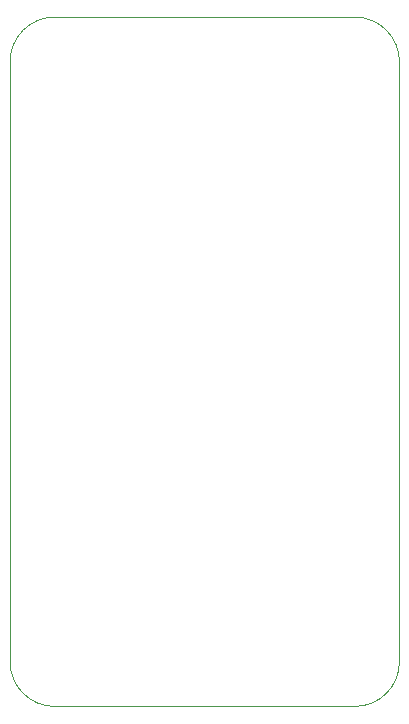
<source format=gm1>
G04 #@! TF.GenerationSoftware,KiCad,Pcbnew,9.0.7*
G04 #@! TF.CreationDate,2026-01-28T01:05:42-05:00*
G04 #@! TF.ProjectId,rocket_power_board,726f636b-6574-45f7-906f-7765725f626f,rev?*
G04 #@! TF.SameCoordinates,Original*
G04 #@! TF.FileFunction,Profile,NP*
%FSLAX46Y46*%
G04 Gerber Fmt 4.6, Leading zero omitted, Abs format (unit mm)*
G04 Created by KiCad (PCBNEW 9.0.7) date 2026-01-28 01:05:42*
%MOMM*%
%LPD*%
G01*
G04 APERTURE LIST*
G04 #@! TA.AperFunction,Profile*
%ADD10C,0.050000*%
G04 #@! TD*
G04 APERTURE END LIST*
D10*
X199415400Y-50800000D02*
G75*
G02*
X203200000Y-47015400I3784600J0D01*
G01*
X232384600Y-101600000D02*
G75*
G02*
X228600000Y-105384600I-3784600J0D01*
G01*
X232384600Y-50800000D02*
X232384600Y-101600000D01*
X203200000Y-105384600D02*
G75*
G02*
X199415400Y-101600000I0J3784600D01*
G01*
X228600000Y-105384600D02*
X203200000Y-105384600D01*
X228600000Y-47015400D02*
G75*
G02*
X232384600Y-50800000I0J-3784600D01*
G01*
X199415400Y-101600000D02*
X199415400Y-50800000D01*
X203200000Y-47015400D02*
X228600000Y-47015400D01*
M02*

</source>
